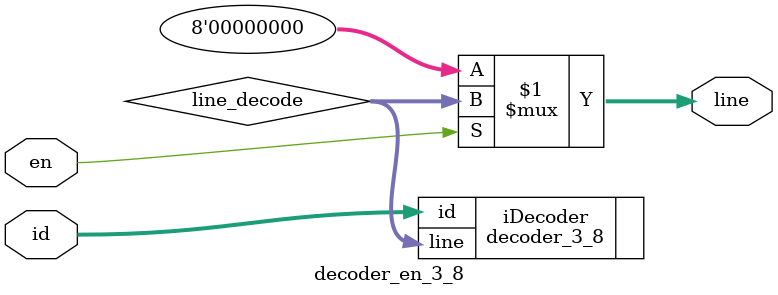
<source format=v>
/*
 * File name: decoder_3_8_en.v
 * File Type: Verilog Source
 * Module name: decoder_en_3_8(id,en,line)
 * Testbench: NONE
 * Author: Daniel Zhao
 * Date: 12/15/2023
 * Description: This file contains a 3:8 decoder module with enable. The module accepts a 3-bit encoding id and converts
 *              it to a 8-bit line only when the enable signal is asserted. If the enable signal is deasserted, the line
 *              output is set to 0.
 * Dependent files: decoder_3_8.v
 */
`default_nettype none
module decoder_en_3_8 (id,en,line);
    
    // Inputs
    input wire [2:0] id; // 3-bit encoding id
    input wire en; // enable signal

    // Outputs
    output wire [7:0] line; // 8-bit line

    // Internal wires
    wire [7:0] line_decode; // 8-bit line from decoder

    // Assignments
    assign line = en ? line_decode : 8'h00; // Only output the line when enable is asserted

    // Instantiations
    decoder_3_8 iDecoder (.id(id), .line(line_decode)); // Instantiate a 3:8 decoder
endmodule
`default_nettype wire
</source>
